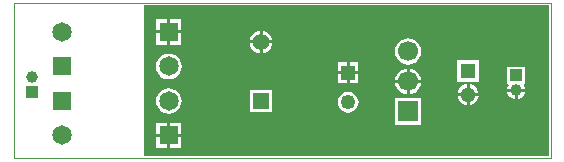
<source format=gbl>
G04*
G04 #@! TF.GenerationSoftware,Altium Limited,Altium Designer,21.6.1 (37)*
G04*
G04 Layer_Physical_Order=2*
G04 Layer_Color=16711680*
%FSLAX25Y25*%
%MOIN*%
G70*
G04*
G04 #@! TF.SameCoordinates,932B326A-3B8A-432E-9049-F9347913D85E*
G04*
G04*
G04 #@! TF.FilePolarity,Positive*
G04*
G01*
G75*
%ADD28C,0.06496*%
%ADD29R,0.06496X0.06496*%
%ADD30R,0.03937X0.03937*%
%ADD31C,0.03937*%
%ADD32C,0.05118*%
%ADD33R,0.05118X0.05118*%
%ADD34C,0.06693*%
%ADD35R,0.06693X0.06693*%
%ADD36C,0.04921*%
%ADD37R,0.04921X0.04921*%
%ADD38R,0.05512X0.05512*%
%ADD39C,0.05512*%
%ADD40C,0.00100*%
G36*
X269500Y101500D02*
X134500D01*
Y152000D01*
X269500D01*
Y101500D01*
D02*
G37*
%LPC*%
G36*
X146965Y147248D02*
X143217D01*
Y143500D01*
X146965D01*
Y147248D01*
D02*
G37*
G36*
X142217D02*
X138469D01*
Y143500D01*
X142217D01*
Y147248D01*
D02*
G37*
G36*
X174000Y143407D02*
Y140185D01*
X177223D01*
X177159Y140665D01*
X176781Y141579D01*
X176179Y142364D01*
X175394Y142966D01*
X174480Y143344D01*
X174000Y143407D01*
D02*
G37*
G36*
X173000D02*
X172520Y143344D01*
X171606Y142966D01*
X170821Y142364D01*
X170219Y141579D01*
X169841Y140665D01*
X169778Y140185D01*
X173000D01*
Y143407D01*
D02*
G37*
G36*
X146965Y142500D02*
X143217D01*
Y138752D01*
X146965D01*
Y142500D01*
D02*
G37*
G36*
X142217D02*
X138469D01*
Y138752D01*
X142217D01*
Y142500D01*
D02*
G37*
G36*
X177223Y139185D02*
X174000D01*
Y135963D01*
X174480Y136026D01*
X175394Y136404D01*
X176179Y137006D01*
X176781Y137791D01*
X177159Y138705D01*
X177223Y139185D01*
D02*
G37*
G36*
X173000D02*
X169778D01*
X169841Y138705D01*
X170219Y137791D01*
X170821Y137006D01*
X171606Y136404D01*
X172520Y136026D01*
X173000Y135963D01*
Y139185D01*
D02*
G37*
G36*
X222500Y140884D02*
X221365Y140735D01*
X220308Y140297D01*
X219400Y139600D01*
X218703Y138692D01*
X218265Y137635D01*
X218116Y136500D01*
X218265Y135365D01*
X218703Y134308D01*
X219400Y133400D01*
X220308Y132703D01*
X221365Y132265D01*
X222500Y132116D01*
X223635Y132265D01*
X224692Y132703D01*
X225600Y133400D01*
X226297Y134308D01*
X226735Y135365D01*
X226884Y136500D01*
X226735Y137635D01*
X226297Y138692D01*
X225600Y139600D01*
X224692Y140297D01*
X223635Y140735D01*
X222500Y140884D01*
D02*
G37*
G36*
X205961Y132882D02*
X203000D01*
Y129921D01*
X205961D01*
Y132882D01*
D02*
G37*
G36*
X202000D02*
X199039D01*
Y129921D01*
X202000D01*
Y132882D01*
D02*
G37*
G36*
X142717Y135785D02*
X141608Y135639D01*
X140574Y135211D01*
X139687Y134530D01*
X139006Y133642D01*
X138578Y132609D01*
X138432Y131500D01*
X138578Y130391D01*
X139006Y129358D01*
X139687Y128470D01*
X140574Y127789D01*
X141608Y127361D01*
X142717Y127215D01*
X143825Y127361D01*
X144859Y127789D01*
X145746Y128470D01*
X146427Y129358D01*
X146855Y130391D01*
X147001Y131500D01*
X146855Y132609D01*
X146427Y133642D01*
X145746Y134530D01*
X144859Y135211D01*
X143825Y135639D01*
X142717Y135785D01*
D02*
G37*
G36*
X223000Y130818D02*
Y127000D01*
X226818D01*
X226735Y127635D01*
X226297Y128692D01*
X225600Y129600D01*
X224692Y130297D01*
X223635Y130735D01*
X223000Y130818D01*
D02*
G37*
G36*
X222000D02*
X221365Y130735D01*
X220308Y130297D01*
X219400Y129600D01*
X218703Y128692D01*
X218265Y127635D01*
X218182Y127000D01*
X222000D01*
Y130818D01*
D02*
G37*
G36*
X246059Y133496D02*
X238941D01*
Y126378D01*
X246059D01*
Y133496D01*
D02*
G37*
G36*
X205961Y128921D02*
X203000D01*
Y125961D01*
X205961D01*
Y128921D01*
D02*
G37*
G36*
X202000D02*
X199039D01*
Y125961D01*
X202000D01*
Y128921D01*
D02*
G37*
G36*
X261469Y131468D02*
X255532D01*
Y125531D01*
X255752D01*
X255973Y125083D01*
X255907Y124997D01*
X255608Y124275D01*
X255572Y124000D01*
X258500D01*
X261428D01*
X261392Y124275D01*
X261093Y124997D01*
X261027Y125083D01*
X261248Y125531D01*
X261469D01*
Y131468D01*
D02*
G37*
G36*
X243000Y125587D02*
Y122563D01*
X246024D01*
X245967Y122992D01*
X245609Y123858D01*
X245038Y124601D01*
X244295Y125172D01*
X243429Y125530D01*
X243000Y125587D01*
D02*
G37*
G36*
X242000D02*
X241571Y125530D01*
X240705Y125172D01*
X239962Y124601D01*
X239391Y123858D01*
X239033Y122992D01*
X238976Y122563D01*
X242000D01*
Y125587D01*
D02*
G37*
G36*
X226818Y126000D02*
X223000D01*
Y122182D01*
X223635Y122265D01*
X224692Y122703D01*
X225600Y123400D01*
X226297Y124308D01*
X226735Y125365D01*
X226818Y126000D01*
D02*
G37*
G36*
X222000D02*
X218182D01*
X218265Y125365D01*
X218703Y124308D01*
X219400Y123400D01*
X220308Y122703D01*
X221365Y122265D01*
X222000Y122182D01*
Y126000D01*
D02*
G37*
G36*
X261428Y123000D02*
X259000D01*
Y120572D01*
X259275Y120608D01*
X259997Y120907D01*
X260617Y121383D01*
X261093Y122003D01*
X261392Y122725D01*
X261428Y123000D01*
D02*
G37*
G36*
X258000D02*
X255572D01*
X255608Y122725D01*
X255907Y122003D01*
X256383Y121383D01*
X257003Y120907D01*
X257725Y120608D01*
X258000Y120572D01*
Y123000D01*
D02*
G37*
G36*
X246024Y121563D02*
X243000D01*
Y118539D01*
X243429Y118596D01*
X244295Y118954D01*
X245038Y119525D01*
X245609Y120268D01*
X245967Y121134D01*
X246024Y121563D01*
D02*
G37*
G36*
X242000D02*
X238976D01*
X239033Y121134D01*
X239391Y120268D01*
X239962Y119525D01*
X240705Y118954D01*
X241571Y118596D01*
X242000Y118539D01*
Y121563D01*
D02*
G37*
G36*
X177256Y123756D02*
X169744D01*
Y116244D01*
X177256D01*
Y123756D01*
D02*
G37*
G36*
X202500Y123069D02*
X201597Y122950D01*
X200755Y122602D01*
X200032Y122047D01*
X199477Y121324D01*
X199128Y120482D01*
X199010Y119579D01*
X199128Y118675D01*
X199477Y117833D01*
X200032Y117111D01*
X200755Y116556D01*
X201597Y116207D01*
X202500Y116088D01*
X203403Y116207D01*
X204245Y116556D01*
X204968Y117111D01*
X205523Y117833D01*
X205872Y118675D01*
X205991Y119579D01*
X205872Y120482D01*
X205523Y121324D01*
X204968Y122047D01*
X204245Y122602D01*
X203403Y122950D01*
X202500Y123069D01*
D02*
G37*
G36*
X142717Y124285D02*
X141608Y124139D01*
X140574Y123711D01*
X139687Y123030D01*
X139006Y122142D01*
X138578Y121109D01*
X138432Y120000D01*
X138578Y118891D01*
X139006Y117858D01*
X139687Y116970D01*
X140574Y116289D01*
X141608Y115861D01*
X142717Y115715D01*
X143825Y115861D01*
X144859Y116289D01*
X145746Y116970D01*
X146427Y117858D01*
X146855Y118891D01*
X147001Y120000D01*
X146855Y121109D01*
X146427Y122142D01*
X145746Y123030D01*
X144859Y123711D01*
X143825Y124139D01*
X142717Y124285D01*
D02*
G37*
G36*
X226847Y120846D02*
X218154D01*
Y112153D01*
X226847D01*
Y120846D01*
D02*
G37*
G36*
X146965Y112748D02*
X143217D01*
Y109000D01*
X146965D01*
Y112748D01*
D02*
G37*
G36*
X142217D02*
X138469D01*
Y109000D01*
X142217D01*
Y112748D01*
D02*
G37*
G36*
X146965Y108000D02*
X143217D01*
Y104252D01*
X146965D01*
Y108000D01*
D02*
G37*
G36*
X142217D02*
X138469D01*
Y104252D01*
X142217D01*
Y108000D01*
D02*
G37*
%LPD*%
G54D28*
X142717Y120000D02*
D03*
X107283Y108500D02*
D03*
X142717Y131500D02*
D03*
X107283Y143000D02*
D03*
G54D29*
X107283Y120000D02*
D03*
X142717Y108500D02*
D03*
X107283Y131500D02*
D03*
X142717Y143000D02*
D03*
G54D30*
X97000Y123000D02*
D03*
X258500Y128500D02*
D03*
G54D31*
X97000Y128000D02*
D03*
X258500Y123500D02*
D03*
G54D32*
X242500Y122063D02*
D03*
G54D33*
Y129937D02*
D03*
G54D34*
X222500Y136500D02*
D03*
Y126500D02*
D03*
G54D35*
Y116500D02*
D03*
G54D36*
X202500Y119579D02*
D03*
G54D37*
Y129421D02*
D03*
G54D38*
X173500Y120000D02*
D03*
G54D39*
Y139685D02*
D03*
G54D40*
X91000Y152500D02*
X270000D01*
Y101000D02*
Y152500D01*
X91000Y101000D02*
X270000D01*
X91000D02*
Y152500D01*
M02*

</source>
